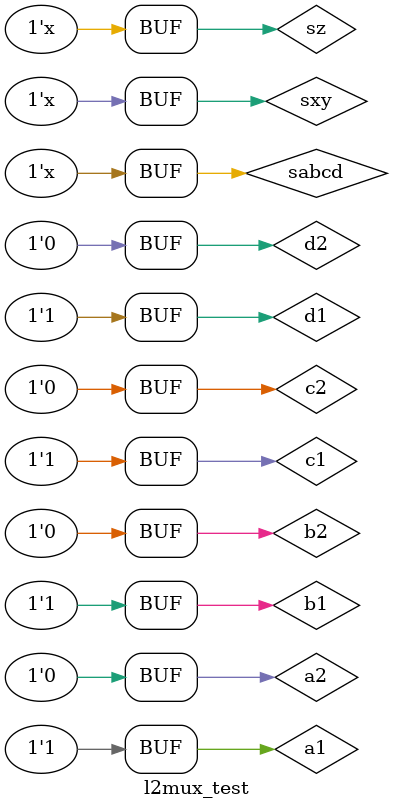
<source format=v>
`timescale 1ns / 1ps


module l2mux_test;

	// Inputs
	reg a1;
	reg a2;
	reg b1;
	reg b2;
	reg c1;
	reg c2;
	reg d1;
	reg d2;
	reg sabcd;
	reg sxy;
	reg sz;

	// Outputs
	wire y4;
	wire y8;

	// Instantiate the Unit Under Test (UUT)
	l2mux uut (
		.a1(a1), 
		.a2(a2), 
		.b1(b1), 
		.b2(b2), 
		.c1(c1), 
		.c2(c2), 
		.d1(d1), 
		.d2(d2), 
		.sabcd(sabcd), 
		.sxy(sxy), 
		.sz(sz), 
		.y4(y4), 
		.y8(y8)
	);

	initial begin
		// Initialize Inputs
		a1 = 1;
		a2 = 0;
		b1 = 1;
		b2 = 0;
		c1 = 1;
		c2 = 0;
		d1 = 1;
		d2 = 0;
		sabcd = 0;
		sxy = 0;
		sz = 0;

		// Wait 100 ns for global reset to finish
		#100;
        
		// Add stimulus here

	end
	always #1 sabcd = ~sabcd;
	always #2 sxy = ~sxy;
	always #4 sz = ~sz;
      
endmodule


</source>
